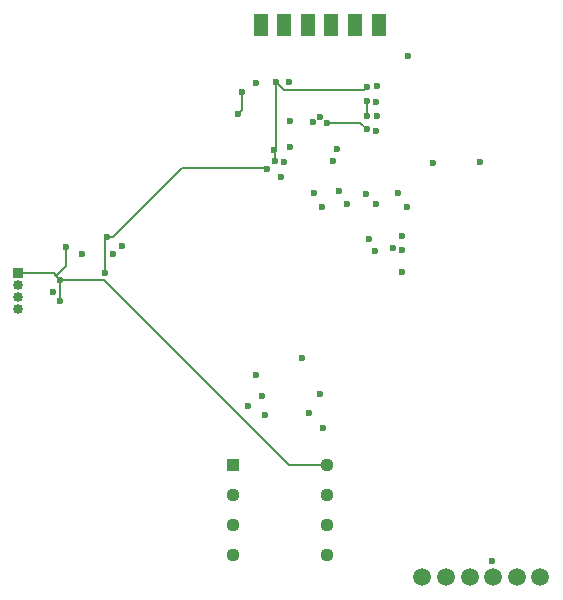
<source format=gbr>
%TF.GenerationSoftware,KiCad,Pcbnew,9.0.2*%
%TF.CreationDate,2025-07-27T21:28:39+05:30*%
%TF.ProjectId,dac,6461632e-6b69-4636-9164-5f7063625858,rev?*%
%TF.SameCoordinates,Original*%
%TF.FileFunction,Copper,L3,Inr*%
%TF.FilePolarity,Positive*%
%FSLAX46Y46*%
G04 Gerber Fmt 4.6, Leading zero omitted, Abs format (unit mm)*
G04 Created by KiCad (PCBNEW 9.0.2) date 2025-07-27 21:28:39*
%MOMM*%
%LPD*%
G01*
G04 APERTURE LIST*
%TA.AperFunction,ComponentPad*%
%ADD10R,0.850000X0.850000*%
%TD*%
%TA.AperFunction,ComponentPad*%
%ADD11C,0.850000*%
%TD*%
%TA.AperFunction,ComponentPad*%
%ADD12R,1.130000X1.130000*%
%TD*%
%TA.AperFunction,ComponentPad*%
%ADD13C,1.130000*%
%TD*%
%TA.AperFunction,ComponentPad*%
%ADD14C,1.500000*%
%TD*%
%TA.AperFunction,ComponentPad*%
%ADD15R,1.270000X1.905000*%
%TD*%
%TA.AperFunction,ViaPad*%
%ADD16C,0.600000*%
%TD*%
%TA.AperFunction,Conductor*%
%ADD17C,0.200000*%
%TD*%
G04 APERTURE END LIST*
D10*
%TO.N,+5V*%
%TO.C,J3*%
X99200000Y-87000000D03*
D11*
%TO.N,unconnected-(J3-Pin_2-Pad2)*%
X99200000Y-88000000D03*
%TO.N,unconnected-(J3-Pin_3-Pad3)*%
X99200000Y-89000000D03*
%TO.N,GND*%
X99200000Y-90000000D03*
%TD*%
D12*
%TO.N,Net-(U3-OUT_A)*%
%TO.C,U3*%
X117355000Y-103240000D03*
D13*
%TO.N,Net-(U3--IN_A)*%
X117355000Y-105780000D03*
%TO.N,AGND*%
X117355000Y-108320000D03*
X117355000Y-110860000D03*
X125295000Y-110860000D03*
%TO.N,Net-(U3--IN_B)*%
X125295000Y-108320000D03*
%TO.N,Net-(U3-OUT_B)*%
X125295000Y-105780000D03*
%TO.N,+5V*%
X125295000Y-103240000D03*
%TD*%
D14*
%TO.N,Net-(C12-Pad1)*%
%TO.C,RV1*%
X137400000Y-112700000D03*
%TO.N,Net-(R5-Pad1)*%
X139400000Y-112700000D03*
%TO.N,AGND*%
X141400000Y-112700000D03*
%TO.N,Net-(C3-Pad2)*%
X135400000Y-112700000D03*
%TO.N,Net-(R6-Pad1)*%
X133400000Y-112700000D03*
%TO.N,AGND*%
X143400000Y-112700000D03*
%TD*%
D15*
%TO.N,AGND*%
%TO.C,J1*%
X119700000Y-66000000D03*
%TO.N,LCK*%
X121652000Y-66000000D03*
%TO.N,DAT*%
X123700000Y-66000000D03*
%TO.N,BCK*%
X125700000Y-66000000D03*
%TO.N,SCK*%
X127700000Y-66000000D03*
%TO.N,GND*%
X129700000Y-66000000D03*
%TD*%
D16*
%TO.N,GND*%
X121425000Y-78825000D03*
X107200000Y-85400000D03*
X122076735Y-70775000D03*
X125850000Y-77450000D03*
X117800000Y-73500000D03*
X122200000Y-74100000D03*
X104600000Y-85400000D03*
X102137500Y-88550000D03*
X108000000Y-84725000D03*
X122175000Y-76325000D03*
X118150000Y-71625000D03*
X121687093Y-77578172D03*
%TO.N,+5V*%
X103200000Y-84800000D03*
X102737500Y-87550000D03*
X102737500Y-89350000D03*
%TO.N,3.3V*%
X106700000Y-83950000D03*
X120250000Y-78200000D03*
X120875000Y-76575000D03*
X128700000Y-72450000D03*
X106550000Y-86950000D03*
X125364048Y-74276939D03*
X121000000Y-70800000D03*
X119300000Y-70925000D03*
X120890000Y-77510000D03*
X128675000Y-74800000D03*
X128700000Y-71200000D03*
X128725000Y-73700000D03*
%TO.N,AGND*%
X131675000Y-86875000D03*
X131700000Y-83825000D03*
X129600000Y-71150000D03*
X132225000Y-68600000D03*
X131700000Y-85025000D03*
X128600000Y-80250000D03*
X129498106Y-72505042D03*
X129550000Y-73700000D03*
X131375000Y-80175000D03*
X129464796Y-74927386D03*
X126150000Y-76450000D03*
%TO.N,Net-(C10-Pad2)*%
X129437504Y-81150001D03*
X127050000Y-81150000D03*
%TO.N,Net-(C11-Pad2)*%
X132075000Y-81375000D03*
X124900000Y-81375000D03*
X128850000Y-84075000D03*
%TO.N,Net-(C12-Pad1)*%
X130900000Y-84900000D03*
X129396000Y-85134600D03*
%TO.N,Net-(U3-OUT_A)*%
X119300000Y-95600000D03*
X123829000Y-98850000D03*
X134300000Y-77700000D03*
%TO.N,Net-(U3--IN_B)*%
X124700000Y-97200000D03*
X118600000Y-98275000D03*
%TO.N,Net-(U3-OUT_B)*%
X120075000Y-99000000D03*
X138300000Y-77550000D03*
X119802474Y-97399000D03*
%TO.N,Net-(U1-OUTL)*%
X124125000Y-74225000D03*
X124225000Y-80200000D03*
%TO.N,Net-(U1-OUTR)*%
X124765693Y-73745926D03*
X126350000Y-80050000D03*
%TO.N,Net-(R5-Pad1)*%
X125029000Y-100100000D03*
X123250000Y-94150000D03*
X139325000Y-111400000D03*
%TD*%
D17*
%TO.N,GND*%
X118150000Y-73150000D02*
X117800000Y-73500000D01*
X118150000Y-71625000D02*
X118150000Y-73150000D01*
%TO.N,+5V*%
X103200000Y-86400000D02*
X103200000Y-84800000D01*
X102393750Y-87206250D02*
X103200000Y-86400000D01*
X102737500Y-87550000D02*
X106425000Y-87550000D01*
X99200000Y-87000000D02*
X102187500Y-87000000D01*
X122115000Y-103240000D02*
X125295000Y-103240000D01*
X102737500Y-89350000D02*
X102737500Y-87550000D01*
X102187500Y-87000000D02*
X102393750Y-87206250D01*
X102393750Y-87206250D02*
X102737500Y-87550000D01*
X106425000Y-87550000D02*
X122115000Y-103240000D01*
%TO.N,3.3V*%
X125364048Y-74276939D02*
X128151939Y-74276939D01*
X106550000Y-86950000D02*
X106550000Y-84100000D01*
X120890000Y-76590000D02*
X120875000Y-76575000D01*
X106700000Y-83950000D02*
X107225000Y-83950000D01*
X113050000Y-78125000D02*
X120175000Y-78125000D01*
X120875000Y-76575000D02*
X121000000Y-76450000D01*
X128725000Y-73700000D02*
X128725000Y-72475000D01*
X128700000Y-71200000D02*
X128425000Y-71475000D01*
X120175000Y-78125000D02*
X120250000Y-78200000D01*
X106550000Y-84100000D02*
X106700000Y-83950000D01*
X107225000Y-83950000D02*
X113050000Y-78125000D01*
X128425000Y-71475000D02*
X121675000Y-71475000D01*
X121675000Y-71475000D02*
X121000000Y-70800000D01*
X128151939Y-74276939D02*
X128675000Y-74800000D01*
X121000000Y-76450000D02*
X121000000Y-70800000D01*
X128725000Y-72475000D02*
X128700000Y-72450000D01*
X120890000Y-77510000D02*
X120890000Y-76590000D01*
%TD*%
M02*

</source>
